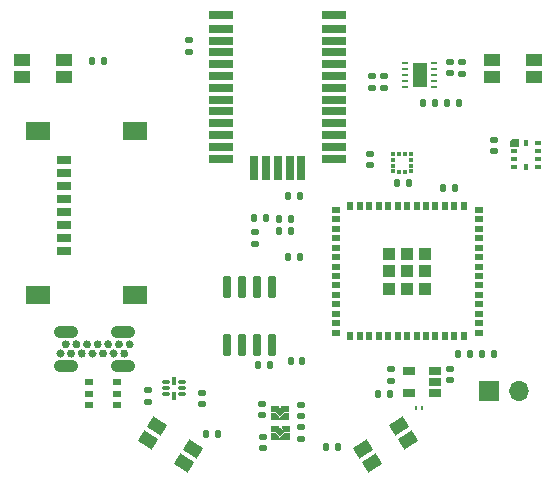
<source format=gbr>
G04 #@! TF.GenerationSoftware,KiCad,Pcbnew,7.0.8-7.0.8~ubuntu22.04.1*
G04 #@! TF.CreationDate,2023-10-27T20:54:45-04:00*
G04 #@! TF.ProjectId,osw,6f73772e-6b69-4636-9164-5f7063625858,4.0*
G04 #@! TF.SameCoordinates,Original*
G04 #@! TF.FileFunction,Soldermask,Top*
G04 #@! TF.FilePolarity,Negative*
%FSLAX46Y46*%
G04 Gerber Fmt 4.6, Leading zero omitted, Abs format (unit mm)*
G04 Created by KiCad (PCBNEW 7.0.8-7.0.8~ubuntu22.04.1) date 2023-10-27 20:54:45*
%MOMM*%
%LPD*%
G01*
G04 APERTURE LIST*
G04 Aperture macros list*
%AMRoundRect*
0 Rectangle with rounded corners*
0 $1 Rounding radius*
0 $2 $3 $4 $5 $6 $7 $8 $9 X,Y pos of 4 corners*
0 Add a 4 corners polygon primitive as box body*
4,1,4,$2,$3,$4,$5,$6,$7,$8,$9,$2,$3,0*
0 Add four circle primitives for the rounded corners*
1,1,$1+$1,$2,$3*
1,1,$1+$1,$4,$5*
1,1,$1+$1,$6,$7*
1,1,$1+$1,$8,$9*
0 Add four rect primitives between the rounded corners*
20,1,$1+$1,$2,$3,$4,$5,0*
20,1,$1+$1,$4,$5,$6,$7,0*
20,1,$1+$1,$6,$7,$8,$9,0*
20,1,$1+$1,$8,$9,$2,$3,0*%
%AMRotRect*
0 Rectangle, with rotation*
0 The origin of the aperture is its center*
0 $1 length*
0 $2 width*
0 $3 Rotation angle, in degrees counterclockwise*
0 Add horizontal line*
21,1,$1,$2,0,0,$3*%
G04 Aperture macros list end*
%ADD10C,0.363500*%
%ADD11C,0.001000*%
%ADD12RoundRect,0.135000X-0.185000X0.135000X-0.185000X-0.135000X0.185000X-0.135000X0.185000X0.135000X0*%
%ADD13RoundRect,0.135000X0.135000X0.185000X-0.135000X0.185000X-0.135000X-0.185000X0.135000X-0.185000X0*%
%ADD14RoundRect,0.140000X-0.170000X0.140000X-0.170000X-0.140000X0.170000X-0.140000X0.170000X0.140000X0*%
%ADD15R,2.150000X0.700000*%
%ADD16R,0.700000X2.150000*%
%ADD17R,0.275000X0.400000*%
%ADD18R,1.700000X1.700000*%
%ADD19O,1.700000X1.700000*%
%ADD20RoundRect,0.135000X-0.135000X-0.185000X0.135000X-0.185000X0.135000X0.185000X-0.135000X0.185000X0*%
%ADD21RoundRect,0.140000X-0.140000X-0.170000X0.140000X-0.170000X0.140000X0.170000X-0.140000X0.170000X0*%
%ADD22O,2.052400X1.052400*%
%ADD23RoundRect,0.135000X0.185000X-0.135000X0.185000X0.135000X-0.185000X0.135000X-0.185000X-0.135000X0*%
%ADD24R,0.800000X0.550000*%
%ADD25R,0.500000X0.400000*%
%ADD26R,0.400000X0.500000*%
%ADD27R,0.500000X0.800000*%
%ADD28R,0.800000X0.500000*%
%ADD29R,1.000000X1.000000*%
%ADD30RotRect,1.400000X1.050000X327.481000*%
%ADD31RoundRect,0.140000X0.170000X-0.140000X0.170000X0.140000X-0.170000X0.140000X-0.170000X-0.140000X0*%
%ADD32RotRect,0.480000X0.480000X135.000000*%
%ADD33R,1.200000X0.800000*%
%ADD34R,2.000000X1.500000*%
%ADD35RoundRect,0.090000X-0.210000X0.865000X-0.210000X-0.865000X0.210000X-0.865000X0.210000X0.865000X0*%
%ADD36R,1.400000X1.050000*%
%ADD37RotRect,1.400000X1.050000X32.520000*%
%ADD38RoundRect,0.007500X-0.267500X-0.117500X0.267500X-0.117500X0.267500X0.117500X-0.267500X0.117500X0*%
%ADD39RoundRect,0.006000X-0.269000X-0.094000X0.269000X-0.094000X0.269000X0.094000X-0.269000X0.094000X0*%
%ADD40RoundRect,0.012000X0.138000X-0.288000X0.138000X0.288000X-0.138000X0.288000X-0.138000X-0.288000X0*%
%ADD41R,1.060000X0.650000*%
%ADD42R,0.375000X0.350000*%
%ADD43R,0.350000X0.375000*%
%ADD44R,0.575000X0.250000*%
%ADD45R,1.244600X2.159000*%
G04 APERTURE END LIST*
D10*
X147631750Y-118620000D02*
G75*
G03*
X147631750Y-118620000I-181750J0D01*
G01*
X146731750Y-118620000D02*
G75*
G03*
X146731750Y-118620000I-181750J0D01*
G01*
X145831750Y-118620000D02*
G75*
G03*
X145831750Y-118620000I-181750J0D01*
G01*
X144931750Y-118620000D02*
G75*
G03*
X144931750Y-118620000I-181750J0D01*
G01*
X144031750Y-118620000D02*
G75*
G03*
X144031750Y-118620000I-181750J0D01*
G01*
X143131750Y-118620000D02*
G75*
G03*
X143131750Y-118620000I-181750J0D01*
G01*
X142231750Y-118620000D02*
G75*
G03*
X142231750Y-118620000I-181750J0D01*
G01*
X147181750Y-119400000D02*
G75*
G03*
X147181750Y-119400000I-181750J0D01*
G01*
X146281750Y-119400000D02*
G75*
G03*
X146281750Y-119400000I-181750J0D01*
G01*
X145381750Y-119400000D02*
G75*
G03*
X145381750Y-119400000I-181750J0D01*
G01*
X144481750Y-119400000D02*
G75*
G03*
X144481750Y-119400000I-181750J0D01*
G01*
X143581750Y-119400000D02*
G75*
G03*
X143581750Y-119400000I-181750J0D01*
G01*
X142681750Y-119400000D02*
G75*
G03*
X142681750Y-119400000I-181750J0D01*
G01*
X141781750Y-119400000D02*
G75*
G03*
X141781750Y-119400000I-181750J0D01*
G01*
D11*
X180350000Y-101850000D02*
X179650000Y-101850000D01*
X179650000Y-101450000D01*
X179850000Y-101250000D01*
X180350000Y-101250000D01*
X180350000Y-101850000D01*
G36*
X180350000Y-101850000D02*
G01*
X179650000Y-101850000D01*
X179650000Y-101450000D01*
X179850000Y-101250000D01*
X180350000Y-101250000D01*
X180350000Y-101850000D01*
G37*
X160901000Y-124923000D02*
X160091000Y-124923000D01*
X160541000Y-124473000D01*
X160901000Y-124473000D01*
X160901000Y-124923000D01*
G36*
X160901000Y-124923000D02*
G01*
X160091000Y-124923000D01*
X160541000Y-124473000D01*
X160901000Y-124473000D01*
X160901000Y-124923000D01*
G37*
X160901000Y-124273000D02*
X160541000Y-124273000D01*
X160301000Y-124033000D01*
X160301000Y-123823000D01*
X160901000Y-123823000D01*
X160901000Y-124273000D01*
G36*
X160901000Y-124273000D02*
G01*
X160541000Y-124273000D01*
X160301000Y-124033000D01*
X160301000Y-123823000D01*
X160901000Y-123823000D01*
X160901000Y-124273000D01*
G37*
X160001000Y-124713000D02*
X160001000Y-124923000D01*
X159401000Y-124923000D01*
X159401000Y-124473000D01*
X159761000Y-124473000D01*
X160001000Y-124713000D01*
G36*
X160001000Y-124713000D02*
G01*
X160001000Y-124923000D01*
X159401000Y-124923000D01*
X159401000Y-124473000D01*
X159761000Y-124473000D01*
X160001000Y-124713000D01*
G37*
X160001000Y-124033000D02*
X159761000Y-124273000D01*
X159401000Y-124273000D01*
X159401000Y-123823000D01*
X160001000Y-123823000D01*
X160001000Y-124033000D01*
G36*
X160001000Y-124033000D02*
G01*
X159761000Y-124273000D01*
X159401000Y-124273000D01*
X159401000Y-123823000D01*
X160001000Y-123823000D01*
X160001000Y-124033000D01*
G37*
X160914000Y-126623000D02*
X160104000Y-126623000D01*
X160554000Y-126173000D01*
X160914000Y-126173000D01*
X160914000Y-126623000D01*
G36*
X160914000Y-126623000D02*
G01*
X160104000Y-126623000D01*
X160554000Y-126173000D01*
X160914000Y-126173000D01*
X160914000Y-126623000D01*
G37*
X160914000Y-125973000D02*
X160554000Y-125973000D01*
X160314000Y-125733000D01*
X160314000Y-125523000D01*
X160914000Y-125523000D01*
X160914000Y-125973000D01*
G36*
X160914000Y-125973000D02*
G01*
X160554000Y-125973000D01*
X160314000Y-125733000D01*
X160314000Y-125523000D01*
X160914000Y-125523000D01*
X160914000Y-125973000D01*
G37*
X160014000Y-126413000D02*
X160014000Y-126623000D01*
X159414000Y-126623000D01*
X159414000Y-126173000D01*
X159774000Y-126173000D01*
X160014000Y-126413000D01*
G36*
X160014000Y-126413000D02*
G01*
X160014000Y-126623000D01*
X159414000Y-126623000D01*
X159414000Y-126173000D01*
X159774000Y-126173000D01*
X160014000Y-126413000D01*
G37*
X160014000Y-125733000D02*
X159774000Y-125973000D01*
X159414000Y-125973000D01*
X159414000Y-125523000D01*
X160014000Y-125523000D01*
X160014000Y-125733000D01*
G36*
X160014000Y-125733000D02*
G01*
X159774000Y-125973000D01*
X159414000Y-125973000D01*
X159414000Y-125523000D01*
X160014000Y-125523000D01*
X160014000Y-125733000D01*
G37*
D12*
X175600000Y-94690000D03*
X175600000Y-95710000D03*
D13*
X161910000Y-106100000D03*
X160890000Y-106100000D03*
X165110000Y-127300000D03*
X164090000Y-127300000D03*
D14*
X174600000Y-94720000D03*
X174600000Y-95680000D03*
D15*
X164800000Y-102900000D03*
X164800000Y-101900000D03*
X164800000Y-100900000D03*
X164800000Y-99900000D03*
X164800000Y-98900000D03*
X164800000Y-97900000D03*
X164800000Y-96900000D03*
X164800000Y-95900000D03*
X164800000Y-94900000D03*
X164800000Y-93900000D03*
X164800000Y-92900000D03*
X164800000Y-91900000D03*
X164800000Y-90750000D03*
X155200000Y-90750000D03*
X155200000Y-91900000D03*
X155200000Y-92900000D03*
X155200000Y-93900000D03*
X155200000Y-94900000D03*
X155200000Y-95900000D03*
X155200000Y-96900000D03*
X155200000Y-97900000D03*
X155200000Y-98900000D03*
X155200000Y-99900000D03*
X155200000Y-100900000D03*
X155200000Y-101900000D03*
X155200000Y-102900000D03*
D16*
X158000000Y-103700000D03*
X159000000Y-103700000D03*
X160000000Y-103700000D03*
X161000000Y-103700000D03*
X162000000Y-103700000D03*
D17*
X172187500Y-124000000D03*
X171662500Y-124000000D03*
D18*
X177860000Y-122600000D03*
D19*
X180400000Y-122600000D03*
D20*
X153890000Y-126200000D03*
X154910000Y-126200000D03*
D21*
X174020000Y-105400000D03*
X174980000Y-105400000D03*
D14*
X153600000Y-122720000D03*
X153600000Y-123680000D03*
D22*
X142100000Y-117580000D03*
X142100000Y-120440000D03*
X146900000Y-117580000D03*
X146900000Y-120440000D03*
D23*
X169600000Y-121710000D03*
X169600000Y-120690000D03*
D24*
X146400000Y-123750000D03*
X146400000Y-122800000D03*
X146400000Y-121850000D03*
X144000000Y-121850000D03*
X144000000Y-122800000D03*
X144000000Y-123750000D03*
D14*
X168000000Y-95920000D03*
X168000000Y-96880000D03*
D25*
X180000000Y-102250000D03*
X180000000Y-102950000D03*
X180000000Y-103650000D03*
D26*
X181000000Y-103600000D03*
D25*
X182000000Y-103650000D03*
X182000000Y-102950000D03*
X182000000Y-102250000D03*
X182000000Y-101550000D03*
D26*
X181000000Y-101600000D03*
D12*
X158100000Y-109090000D03*
X158100000Y-110110000D03*
D27*
X175750000Y-106937500D03*
X174950000Y-106937500D03*
X174150000Y-106937500D03*
X173350000Y-106937500D03*
X172550000Y-106937500D03*
X171750000Y-106937500D03*
X170950000Y-106937500D03*
X170150000Y-106937500D03*
X169350000Y-106937500D03*
X168550000Y-106937500D03*
X167750000Y-106937500D03*
X166950000Y-106937500D03*
X166150000Y-106937500D03*
D28*
X164900000Y-107237500D03*
X164900000Y-108037500D03*
X164900000Y-108837500D03*
X164900000Y-109637500D03*
X164900000Y-110437500D03*
X164900000Y-111237500D03*
X164900000Y-112037500D03*
X164900000Y-112837500D03*
X164900000Y-113637500D03*
X164900000Y-114437500D03*
X164900000Y-115237500D03*
X164900000Y-116037500D03*
X164900000Y-116837500D03*
X164900000Y-117637500D03*
D27*
X166150000Y-117937500D03*
X166950000Y-117937500D03*
X167750000Y-117937500D03*
X168550000Y-117937500D03*
X169350000Y-117937500D03*
X170150000Y-117937500D03*
X170950000Y-117937500D03*
X171750000Y-117937500D03*
X172550000Y-117937500D03*
X173350000Y-117937500D03*
X174150000Y-117937500D03*
X174950000Y-117937500D03*
X175750000Y-117937500D03*
D28*
X177000000Y-117637500D03*
X177000000Y-116837500D03*
X177000000Y-116037500D03*
X177000000Y-115237500D03*
X177000000Y-114437500D03*
X177000000Y-113637500D03*
X177000000Y-112837500D03*
X177000000Y-112037500D03*
X177000000Y-111237500D03*
X177000000Y-110437500D03*
X177000000Y-109637500D03*
X177000000Y-108837500D03*
X177000000Y-108037500D03*
X177000000Y-107237500D03*
D29*
X172450000Y-110937500D03*
X170950000Y-110937500D03*
X169450000Y-110937500D03*
X172450000Y-112437500D03*
X170950000Y-112437500D03*
X169450000Y-112437500D03*
X172450000Y-113937500D03*
X170950000Y-113937500D03*
X169450000Y-113937500D03*
D13*
X161110000Y-108000000D03*
X160090000Y-108000000D03*
D21*
X161120000Y-120000000D03*
X162080000Y-120000000D03*
D13*
X159310000Y-120400000D03*
X158290000Y-120400000D03*
X145290000Y-94615000D03*
X144270000Y-94615000D03*
D30*
X149771961Y-125521028D03*
X152807529Y-127456313D03*
X148992471Y-126743687D03*
X152028039Y-128678972D03*
D31*
X161964000Y-126607000D03*
X161964000Y-125647000D03*
D14*
X158746000Y-126447000D03*
X158746000Y-127407000D03*
D31*
X167800000Y-103480000D03*
X167800000Y-102520000D03*
D13*
X175310000Y-98200000D03*
X174290000Y-98200000D03*
D32*
X160151000Y-124373000D03*
D31*
X158646000Y-124607000D03*
X158646000Y-123647000D03*
D13*
X171110000Y-105000000D03*
X170090000Y-105000000D03*
D33*
X141875000Y-110725000D03*
X141875000Y-109625000D03*
X141875000Y-108525000D03*
X141875000Y-107425000D03*
X141875000Y-106325000D03*
X141875000Y-105225000D03*
X141875000Y-104125000D03*
X141875000Y-103025000D03*
D34*
X139675000Y-100555000D03*
X147875000Y-100555000D03*
X147875000Y-114445000D03*
X139675000Y-114445000D03*
D31*
X149000000Y-123480000D03*
X149000000Y-122520000D03*
D13*
X161910000Y-111200000D03*
X160890000Y-111200000D03*
D14*
X174600000Y-120720000D03*
X174600000Y-121680000D03*
D35*
X159505000Y-113740000D03*
X158235000Y-113740000D03*
X156965000Y-113740000D03*
X155695000Y-113740000D03*
X155695000Y-118660000D03*
X156965000Y-118660000D03*
X158235000Y-118660000D03*
X159505000Y-118660000D03*
D13*
X169510000Y-122800000D03*
X168490000Y-122800000D03*
D36*
X141900000Y-96025000D03*
X138300000Y-96025000D03*
X141900000Y-94575000D03*
X138300000Y-94575000D03*
D37*
X167192477Y-127456346D03*
X170228011Y-125521008D03*
X167971989Y-128678992D03*
X171007523Y-126743654D03*
D13*
X159010000Y-107900000D03*
X157990000Y-107900000D03*
D38*
X150525000Y-121850000D03*
D39*
X150525000Y-122350000D03*
D38*
X150525000Y-122850000D03*
D40*
X151200000Y-123000000D03*
D38*
X151875000Y-122850000D03*
D39*
X151875000Y-122350000D03*
D38*
X151875000Y-121850000D03*
D40*
X151200000Y-121700000D03*
D12*
X152500000Y-92890000D03*
X152500000Y-93910000D03*
D20*
X172290000Y-98200000D03*
X173310000Y-98200000D03*
D13*
X176310000Y-119400000D03*
X175290000Y-119400000D03*
D41*
X173300000Y-122750000D03*
X173300000Y-121800000D03*
X173300000Y-120850000D03*
X171100000Y-120850000D03*
X171100000Y-122750000D03*
D42*
X169787500Y-102487500D03*
X169787500Y-102987500D03*
X169787500Y-103487500D03*
X169787500Y-103987500D03*
D43*
X170300000Y-104000000D03*
X170800000Y-104000000D03*
D42*
X171312500Y-103987500D03*
X171312500Y-103487500D03*
X171312500Y-102987500D03*
X171312500Y-102487500D03*
D43*
X170800000Y-102475000D03*
X170300000Y-102475000D03*
D14*
X178300000Y-101320000D03*
X178300000Y-102280000D03*
D32*
X160164000Y-126073000D03*
D36*
X181700000Y-96025000D03*
X178100000Y-96025000D03*
X181700000Y-94575000D03*
X178100000Y-94575000D03*
D14*
X169000000Y-95920000D03*
X169000000Y-96880000D03*
D13*
X161110000Y-109000000D03*
X160090000Y-109000000D03*
D44*
X170755400Y-94800000D03*
X170755400Y-95300000D03*
X170755400Y-95800000D03*
X170755400Y-96300000D03*
X170755400Y-96800000D03*
X173244600Y-96800000D03*
X173244600Y-96300000D03*
X173244600Y-95800000D03*
X173244600Y-95300000D03*
X173244600Y-94800000D03*
D45*
X172000000Y-95800000D03*
D31*
X161946000Y-124707000D03*
X161946000Y-123747000D03*
D13*
X178310000Y-119400000D03*
X177290000Y-119400000D03*
M02*

</source>
